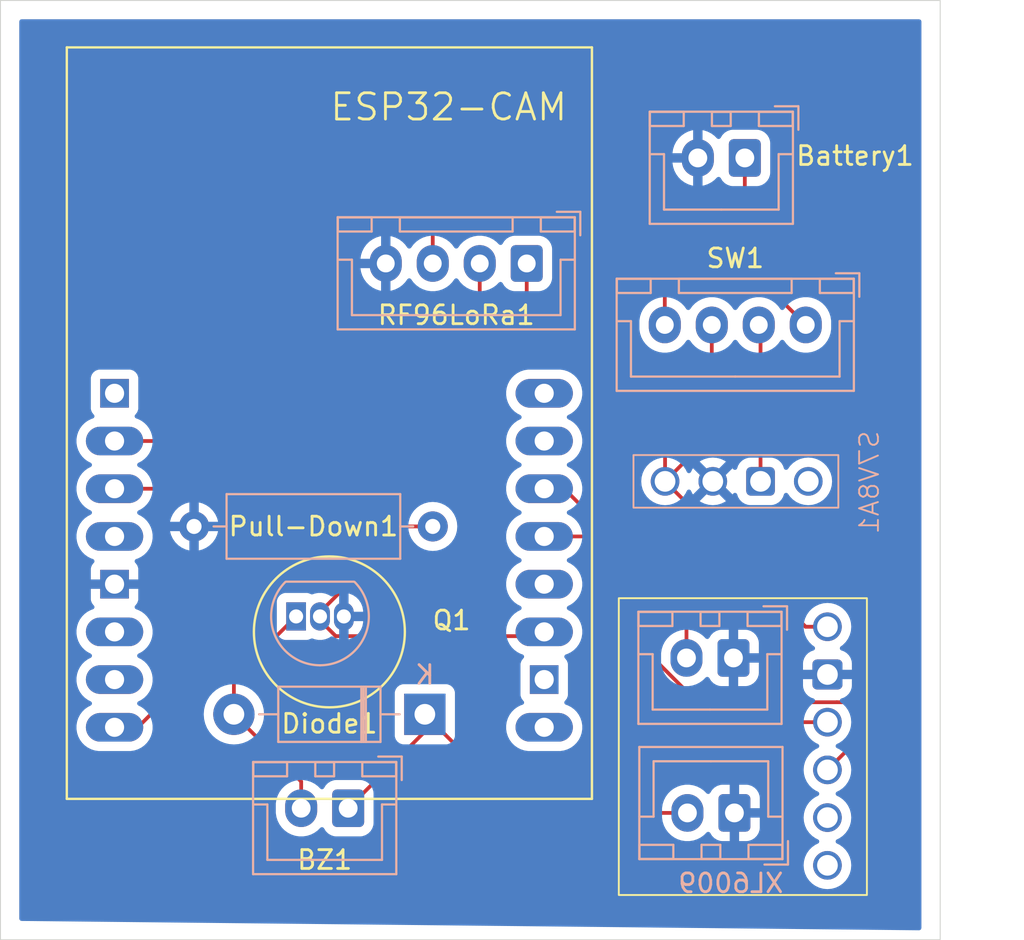
<source format=kicad_pcb>
(kicad_pcb (version 20240108) (generator "pcbnew") (generator_version "8.0")
  (layers (0 "F.Cu" signal) (31 "B.Cu" signal) (34 "B.Paste" user) (35 "F.Paste" user) (36 "B.SilkS" user "B.Silkscreen") (37 "F.SilkS" user "F.Silkscreen") (38 "B.Mask" user) (39 "F.Mask" user) (44 "Edge.Cuts" user))
  (net 0 "")
  (net 1 "GND")
  (net 2 "Net-(Battery1-+)")
  (net 3 "Net-(BMP280-SCL)")
  (net 4 "VCC")
  (net 5 "Net-(BMP280-SDA)")
  (net 6 "Net-(BZ1--)")
  (net 7 "+12V")
  (net 9 "Net-(ESP32-CAM1-GPIO3)")
  (net 11 "Net-(ESP32-CAM1-GPIO1)")
  (net 19 "Net-(ESP32-CAM1-GPIO12)")
  (net 20 "+BATT")
  (net 24 "PWR_LoRa")
  (footprint "Footprints:BMP280" (layer "F.Cu") (at 156 151.92)
    (property "Reference" "BMP280" (hide yes))
    (property "Value" "BMP280")
    (fp_rect (start -11.1 -6.6) (end 2.1 9.2) (stroke (width 0.1)) (fill none) (layer "F.SilkS"))
    (pad "1" thru_hole circle (at 0 -5.08) (size 1.524 1.524) (drill 1.1) (layers "*.Cu" "*.Mask" "In1.Cu" "In2.Cu" "In3.Cu" "In4.Cu" "In5.Cu" "In6.Cu" "In7.Cu" "In8.Cu" "In9.Cu" "In10.Cu" "In11.Cu" "In12.Cu" "In13.Cu" "In14.Cu" "In15.Cu" "In16.Cu" "In17.Cu" "In18.Cu" "In19.Cu" "In20.Cu" "In21.Cu" "In22.Cu" "In23.Cu" "In24.Cu" "In25.Cu" "In26.Cu" "In27.Cu" "In28.Cu" "In29.Cu" "In30.Cu") (net 4 "VCC"))
    (pad "2" thru_hole roundrect (at 0 -2.54) (size 1.6 1.6) (drill 1.1) (layers "*.Cu" "*.Mask" "In1.Cu" "In2.Cu" "In3.Cu" "In4.Cu" "In5.Cu" "In6.Cu" "In7.Cu" "In8.Cu" "In9.Cu" "In10.Cu" "In11.Cu" "In12.Cu" "In13.Cu" "In14.Cu" "In15.Cu" "In16.Cu" "In17.Cu" "In18.Cu" "In19.Cu" "In20.Cu" "In21.Cu" "In22.Cu" "In23.Cu" "In24.Cu" "In25.Cu" "In26.Cu" "In27.Cu" "In28.Cu" "In29.Cu" "In30.Cu") (roundrect_rratio 0.15625) (net 1 "GND"))
    (pad "3" thru_hole circle (at 0 0) (size 1.524 1.524) (drill 1.1) (layers "*.Cu" "*.Mask" "In1.Cu" "In2.Cu" "In3.Cu" "In4.Cu" "In5.Cu" "In6.Cu" "In7.Cu" "In8.Cu" "In9.Cu" "In10.Cu" "In11.Cu" "In12.Cu" "In13.Cu" "In14.Cu" "In15.Cu" "In16.Cu" "In17.Cu" "In18.Cu" "In19.Cu" "In20.Cu" "In21.Cu" "In22.Cu" "In23.Cu" "In24.Cu" "In25.Cu" "In26.Cu" "In27.Cu" "In28.Cu" "In29.Cu" "In30.Cu") (net 3 "Net-(BMP280-SCL)"))
    (pad "4" thru_hole circle (at 0 2.54) (size 1.524 1.524) (drill 1.1) (layers "*.Cu" "*.Mask" "In1.Cu" "In2.Cu" "In3.Cu" "In4.Cu" "In5.Cu" "In6.Cu" "In7.Cu" "In8.Cu" "In9.Cu" "In10.Cu" "In11.Cu" "In12.Cu" "In13.Cu" "In14.Cu" "In15.Cu" "In16.Cu" "In17.Cu" "In18.Cu" "In19.Cu" "In20.Cu" "In21.Cu" "In22.Cu" "In23.Cu" "In24.Cu" "In25.Cu" "In26.Cu" "In27.Cu" "In28.Cu" "In29.Cu" "In30.Cu") (net 5 "Net-(BMP280-SDA)"))
    (pad "5" thru_hole circle (at 0 5.08) (size 1.524 1.524) (drill 1.1) (layers "*.Cu" "*.Mask" "In1.Cu" "In2.Cu" "In3.Cu" "In4.Cu" "In5.Cu" "In6.Cu" "In7.Cu" "In8.Cu" "In9.Cu" "In10.Cu" "In11.Cu" "In12.Cu" "In13.Cu" "In14.Cu" "In15.Cu" "In16.Cu" "In17.Cu" "In18.Cu" "In19.Cu" "In20.Cu" "In21.Cu" "In22.Cu" "In23.Cu" "In24.Cu" "In25.Cu" "In26.Cu" "In27.Cu" "In28.Cu" "In29.Cu" "In30.Cu"))
    (pad "6" thru_hole circle (at 0 7.62) (size 1.524 1.524) (drill 1.1) (layers "*.Cu" "*.Mask" "In1.Cu" "In2.Cu" "In3.Cu" "In4.Cu" "In5.Cu" "In6.Cu" "In7.Cu" "In8.Cu" "In9.Cu" "In10.Cu" "In11.Cu" "In12.Cu" "In13.Cu" "In14.Cu" "In15.Cu" "In16.Cu" "In17.Cu" "In18.Cu" "In19.Cu" "In20.Cu" "In21.Cu" "In22.Cu" "In23.Cu" "In24.Cu" "In25.Cu" "In26.Cu" "In27.Cu" "In28.Cu" "In29.Cu" "In30.Cu"))
  )
  (footprint "Footprints:ESP32-CAM" (layer "F.Cu") (at 129.5 142.0325)
    (property "Reference" "ESP32-CAM1" (hide yes))
    (property "Value" "ESP32-CAM" (hide yes))
    (fp_line (start -13.97 -26.035) (end -13.97 13.97) (stroke (width 0.127)) (layer "F.SilkS"))
    (fp_line (start -13.97 13.97) (end 13.97 13.97) (stroke (width 0.127)) (layer "F.SilkS"))
    (fp_line (start 13.97 -26.035) (end -13.97 -26.035) (stroke (width 0.127)) (layer "F.SilkS"))
    (fp_line (start 13.97 13.97) (end 13.97 -26.035) (stroke (width 0.127)) (layer "F.SilkS"))
    (fp_circle (center 0 5.08) (end 4.01609 5.08) (stroke (width 0.127)) (fill none) (layer "F.SilkS"))
    (fp_text user "ESP32-CAM" (at 6.35 -22.86 0) (layer "F.SilkS") (effects (font (size 1.4 1.4))))
    (pad "P$1" thru_hole rect (at -11.43 -7.62) (size 1.524 1.524) (drill 1.016) (layers "*.Cu" "*.Mask" "In1.Cu" "In2.Cu" "In3.Cu" "In4.Cu" "In5.Cu" "In6.Cu" "In7.Cu" "In8.Cu" "In9.Cu" "In10.Cu" "In11.Cu" "In12.Cu" "In13.Cu" "In14.Cu" "In15.Cu" "In16.Cu" "In17.Cu" "In18.Cu" "In19.Cu" "In20.Cu" "In21.Cu" "In22.Cu" "In23.Cu" "In24.Cu" "In25.Cu" "In26.Cu" "In27.Cu" "In28.Cu" "In29.Cu" "In30.Cu"))
    (pad "P$2" thru_hole oval (at -11.43 -5.08) (size 3.048 1.524) (drill 1.016) (layers "*.Cu" "*.Mask" "In1.Cu" "In2.Cu" "In3.Cu" "In4.Cu" "In5.Cu" "In6.Cu" "In7.Cu" "In8.Cu" "In9.Cu" "In10.Cu" "In11.Cu" "In12.Cu" "In13.Cu" "In14.Cu" "In15.Cu" "In16.Cu" "In17.Cu" "In18.Cu" "In19.Cu" "In20.Cu" "In21.Cu" "In22.Cu" "In23.Cu" "In24.Cu" "In25.Cu" "In26.Cu" "In27.Cu" "In28.Cu" "In29.Cu" "In30.Cu") (net 11 "Net-(ESP32-CAM1-GPIO1)"))
    (pad "P$3" thru_hole oval (at -11.43 -2.54) (size 3.048 1.524) (drill 1.016) (layers "*.Cu" "*.Mask" "In1.Cu" "In2.Cu" "In3.Cu" "In4.Cu" "In5.Cu" "In6.Cu" "In7.Cu" "In8.Cu" "In9.Cu" "In10.Cu" "In11.Cu" "In12.Cu" "In13.Cu" "In14.Cu" "In15.Cu" "In16.Cu" "In17.Cu" "In18.Cu" "In19.Cu" "In20.Cu" "In21.Cu" "In22.Cu" "In23.Cu" "In24.Cu" "In25.Cu" "In26.Cu" "In27.Cu" "In28.Cu" "In29.Cu" "In30.Cu") (net 9 "Net-(ESP32-CAM1-GPIO3)"))
    (pad "P$4" thru_hole oval (at -11.43 0) (size 3.048 1.524) (drill 1.016) (layers "*.Cu" "*.Mask" "In1.Cu" "In2.Cu" "In3.Cu" "In4.Cu" "In5.Cu" "In6.Cu" "In7.Cu" "In8.Cu" "In9.Cu" "In10.Cu" "In11.Cu" "In12.Cu" "In13.Cu" "In14.Cu" "In15.Cu" "In16.Cu" "In17.Cu" "In18.Cu" "In19.Cu" "In20.Cu" "In21.Cu" "In22.Cu" "In23.Cu" "In24.Cu" "In25.Cu" "In26.Cu" "In27.Cu" "In28.Cu" "In29.Cu" "In30.Cu"))
    (pad "P$5" thru_hole rect (at -11.43 2.54) (size 1.524 1.524) (drill 1.016) (layers "*.Cu" "*.Mask" "In1.Cu" "In2.Cu" "In3.Cu" "In4.Cu" "In5.Cu" "In6.Cu" "In7.Cu" "In8.Cu" "In9.Cu" "In10.Cu" "In11.Cu" "In12.Cu" "In13.Cu" "In14.Cu" "In15.Cu" "In16.Cu" "In17.Cu" "In18.Cu" "In19.Cu" "In20.Cu" "In21.Cu" "In22.Cu" "In23.Cu" "In24.Cu" "In25.Cu" "In26.Cu" "In27.Cu" "In28.Cu" "In29.Cu" "In30.Cu") (net 1 "GND"))
    (pad "P$6" thru_hole oval (at -11.43 5.08) (size 3.048 1.524) (drill 1.016) (layers "*.Cu" "*.Mask" "In1.Cu" "In2.Cu" "In3.Cu" "In4.Cu" "In5.Cu" "In6.Cu" "In7.Cu" "In8.Cu" "In9.Cu" "In10.Cu" "In11.Cu" "In12.Cu" "In13.Cu" "In14.Cu" "In15.Cu" "In16.Cu" "In17.Cu" "In18.Cu" "In19.Cu" "In20.Cu" "In21.Cu" "In22.Cu" "In23.Cu" "In24.Cu" "In25.Cu" "In26.Cu" "In27.Cu" "In28.Cu" "In29.Cu" "In30.Cu"))
    (pad "P$7" thru_hole oval (at -11.43 7.62) (size 3.048 1.524) (drill 1.016) (layers "*.Cu" "*.Mask" "In1.Cu" "In2.Cu" "In3.Cu" "In4.Cu" "In5.Cu" "In6.Cu" "In7.Cu" "In8.Cu" "In9.Cu" "In10.Cu" "In11.Cu" "In12.Cu" "In13.Cu" "In14.Cu" "In15.Cu" "In16.Cu" "In17.Cu" "In18.Cu" "In19.Cu" "In20.Cu" "In21.Cu" "In22.Cu" "In23.Cu" "In24.Cu" "In25.Cu" "In26.Cu" "In27.Cu" "In28.Cu" "In29.Cu" "In30.Cu"))
    (pad "P$8" thru_hole oval (at -11.43 10.16) (size 3.048 1.524) (drill 1.016) (layers "*.Cu" "*.Mask" "In1.Cu" "In2.Cu" "In3.Cu" "In4.Cu" "In5.Cu" "In6.Cu" "In7.Cu" "In8.Cu" "In9.Cu" "In10.Cu" "In11.Cu" "In12.Cu" "In13.Cu" "In14.Cu" "In15.Cu" "In16.Cu" "In17.Cu" "In18.Cu" "In19.Cu" "In20.Cu" "In21.Cu" "In22.Cu" "In23.Cu" "In24.Cu" "In25.Cu" "In26.Cu" "In27.Cu" "In28.Cu" "In29.Cu" "In30.Cu") (net 4 "VCC"))
    (pad "P$9" thru_hole oval (at 11.43 10.16) (size 3.048 1.524) (drill 1.016) (layers "*.Cu" "*.Mask" "In1.Cu" "In2.Cu" "In3.Cu" "In4.Cu" "In5.Cu" "In6.Cu" "In7.Cu" "In8.Cu" "In9.Cu" "In10.Cu" "In11.Cu" "In12.Cu" "In13.Cu" "In14.Cu" "In15.Cu" "In16.Cu" "In17.Cu" "In18.Cu" "In19.Cu" "In20.Cu" "In21.Cu" "In22.Cu" "In23.Cu" "In24.Cu" "In25.Cu" "In26.Cu" "In27.Cu" "In28.Cu" "In29.Cu" "In30.Cu"))
    (pad "P$10" thru_hole rect (at 11.43 7.62) (size 1.524 1.524) (drill 1.016) (layers "*.Cu" "*.Mask" "In1.Cu" "In2.Cu" "In3.Cu" "In4.Cu" "In5.Cu" "In6.Cu" "In7.Cu" "In8.Cu" "In9.Cu" "In10.Cu" "In11.Cu" "In12.Cu" "In13.Cu" "In14.Cu" "In15.Cu" "In16.Cu" "In17.Cu" "In18.Cu" "In19.Cu" "In20.Cu" "In21.Cu" "In22.Cu" "In23.Cu" "In24.Cu" "In25.Cu" "In26.Cu" "In27.Cu" "In28.Cu" "In29.Cu" "In30.Cu"))
    (pad "P$11" thru_hole oval (at 11.43 5.08) (size 3.048 1.524) (drill 1.016) (layers "*.Cu" "*.Mask" "In1.Cu" "In2.Cu" "In3.Cu" "In4.Cu" "In5.Cu" "In6.Cu" "In7.Cu" "In8.Cu" "In9.Cu" "In10.Cu" "In11.Cu" "In12.Cu" "In13.Cu" "In14.Cu" "In15.Cu" "In16.Cu" "In17.Cu" "In18.Cu" "In19.Cu" "In20.Cu" "In21.Cu" "In22.Cu" "In23.Cu" "In24.Cu" "In25.Cu" "In26.Cu" "In27.Cu" "In28.Cu" "In29.Cu" "In30.Cu") (net 19 "Net-(ESP32-CAM1-GPIO12)"))
    (pad "P$12" thru_hole oval (at 11.43 2.54) (size 3.048 1.524) (drill 1.016) (layers "*.Cu" "*.Mask" "In1.Cu" "In2.Cu" "In3.Cu" "In4.Cu" "In5.Cu" "In6.Cu" "In7.Cu" "In8.Cu" "In9.Cu" "In10.Cu" "In11.Cu" "In12.Cu" "In13.Cu" "In14.Cu" "In15.Cu" "In16.Cu" "In17.Cu" "In18.Cu" "In19.Cu" "In20.Cu" "In21.Cu" "In22.Cu" "In23.Cu" "In24.Cu" "In25.Cu" "In26.Cu" "In27.Cu" "In28.Cu" "In29.Cu" "In30.Cu"))
    (pad "P$13" thru_hole oval (at 11.43 0) (size 3.048 1.524) (drill 1.016) (layers "*.Cu" "*.Mask" "In1.Cu" "In2.Cu" "In3.Cu" "In4.Cu" "In5.Cu" "In6.Cu" "In7.Cu" "In8.Cu" "In9.Cu" "In10.Cu" "In11.Cu" "In12.Cu" "In13.Cu" "In14.Cu" "In15.Cu" "In16.Cu" "In17.Cu" "In18.Cu" "In19.Cu" "In20.Cu" "In21.Cu" "In22.Cu" "In23.Cu" "In24.Cu" "In25.Cu" "In26.Cu" "In27.Cu" "In28.Cu" "In29.Cu" "In30.Cu") (net 3 "Net-(BMP280-SCL)"))
    (pad "P$14" thru_hole oval (at 11.43 -2.54) (size 3.048 1.524) (drill 1.016) (layers "*.Cu" "*.Mask" "In1.Cu" "In2.Cu" "In3.Cu" "In4.Cu" "In5.Cu" "In6.Cu" "In7.Cu" "In8.Cu" "In9.Cu" "In10.Cu" "In11.Cu" "In12.Cu" "In13.Cu" "In14.Cu" "In15.Cu" "In16.Cu" "In17.Cu" "In18.Cu" "In19.Cu" "In20.Cu" "In21.Cu" "In22.Cu" "In23.Cu" "In24.Cu" "In25.Cu" "In26.Cu" "In27.Cu" "In28.Cu" "In29.Cu" "In30.Cu") (net 5 "Net-(BMP280-SDA)"))
    (pad "P$15" thru_hole oval (at 11.43 -5.08) (size 3.048 1.524) (drill 1.016) (layers "*.Cu" "*.Mask" "In1.Cu" "In2.Cu" "In3.Cu" "In4.Cu" "In5.Cu" "In6.Cu" "In7.Cu" "In8.Cu" "In9.Cu" "In10.Cu" "In11.Cu" "In12.Cu" "In13.Cu" "In14.Cu" "In15.Cu" "In16.Cu" "In17.Cu" "In18.Cu" "In19.Cu" "In20.Cu" "In21.Cu" "In22.Cu" "In23.Cu" "In24.Cu" "In25.Cu" "In26.Cu" "In27.Cu" "In28.Cu" "In29.Cu" "In30.Cu"))
    (pad "P$16" thru_hole oval (at 11.43 -7.62) (size 3.048 1.524) (drill 1.016) (layers "*.Cu" "*.Mask" "In1.Cu" "In2.Cu" "In3.Cu" "In4.Cu" "In5.Cu" "In6.Cu" "In7.Cu" "In8.Cu" "In9.Cu" "In10.Cu" "In11.Cu" "In12.Cu" "In13.Cu" "In14.Cu" "In15.Cu" "In16.Cu" "In17.Cu" "In18.Cu" "In19.Cu" "In20.Cu" "In21.Cu" "In22.Cu" "In23.Cu" "In24.Cu" "In25.Cu" "In26.Cu" "In27.Cu" "In28.Cu" "In29.Cu" "In30.Cu"))
  )
  (footprint "Connector_JST:JST_XH_B4B-XH-A_1x04_P2.50mm_Vertical" (layer "B.Cu") (at 140 127.5 180)
    (property "Reference" "RF96LoRa1" (at 3.75 -2.75 0) (layer "F.SilkS"))
    (property "Value" "UART,868MHz" (hide yes))
    (fp_line (start 10.06 2.46) (end 10.06 -3.51) (stroke (width 0.12)) (layer "B.SilkS"))
    (fp_line (start 10.06 -3.51) (end -2.56 -3.51) (stroke (width 0.12)) (layer "B.SilkS"))
    (fp_line (start 10.05 2.45) (end 10.05 1.7) (stroke (width 0.12)) (layer "B.SilkS"))
    (fp_line (start 10.05 1.7) (end 8.25 1.7) (stroke (width 0.12)) (layer "B.SilkS"))
    (fp_line (start 9.3 0.2) (end 10.05 0.2) (stroke (width 0.12)) (layer "B.SilkS"))
    (fp_line (start 9.3 -2.75) (end 9.3 0.2) (stroke (width 0.12)) (layer "B.SilkS"))
    (fp_line (start 8.25 2.45) (end 10.05 2.45) (stroke (width 0.12)) (layer "B.SilkS"))
    (fp_line (start 8.25 1.7) (end 8.25 2.45) (stroke (width 0.12)) (layer "B.SilkS"))
    (fp_line (start 6.75 2.45) (end 6.75 1.7) (stroke (width 0.12)) (layer "B.SilkS"))
    (fp_line (start 6.75 1.7) (end 0.75 1.7) (stroke (width 0.12)) (layer "B.SilkS"))
    (fp_line (start 3.75 -2.75) (end 9.3 -2.75) (stroke (width 0.12)) (layer "B.SilkS"))
    (fp_line (start 3.75 -2.75) (end -1.8 -2.75) (stroke (width 0.12)) (layer "B.SilkS"))
    (fp_line (start 0.75 2.45) (end 6.75 2.45) (stroke (width 0.12)) (layer "B.SilkS"))
    (fp_line (start 0.75 1.7) (end 0.75 2.45) (stroke (width 0.12)) (layer "B.SilkS"))
    (fp_line (start -0.75 2.45) (end -0.75 1.7) (stroke (width 0.12)) (layer "B.SilkS"))
    (fp_line (start -0.75 1.7) (end -2.55 1.7) (stroke (width 0.12)) (layer "B.SilkS"))
    (fp_line (start -1.8 0.2) (end -2.55 0.2) (stroke (width 0.12)) (layer "B.SilkS"))
    (fp_line (start -1.8 -2.75) (end -1.8 0.2) (stroke (width 0.12)) (layer "B.SilkS"))
    (fp_line (start -2.55 2.45) (end -0.75 2.45) (stroke (width 0.12)) (layer "B.SilkS"))
    (fp_line (start -2.55 1.7) (end -2.55 2.45) (stroke (width 0.12)) (layer "B.SilkS"))
    (fp_line (start -2.56 2.46) (end 10.06 2.46) (stroke (width 0.12)) (layer "B.SilkS"))
    (fp_line (start -2.56 -3.51) (end -2.56 2.46) (stroke (width 0.12)) (layer "B.SilkS"))
    (fp_line (start -2.85 2.75) (end -1.6 2.75) (stroke (width 0.12)) (layer "B.SilkS"))
    (fp_line (start -2.85 1.5) (end -2.85 2.75) (stroke (width 0.12)) (layer "B.SilkS"))
    (pad "1" thru_hole roundrect (at 0 0 180) (size 1.7 1.95) (drill 0.95) (layers "*.Cu" "*.Mask" "In1.Cu" "In2.Cu" "In3.Cu" "In4.Cu" "In5.Cu" "In6.Cu" "In7.Cu" "In8.Cu" "In9.Cu" "In10.Cu" "In11.Cu" "In12.Cu" "In13.Cu" "In14.Cu" "In15.Cu" "In16.Cu" "In17.Cu" "In18.Cu" "In19.Cu" "In20.Cu" "In21.Cu" "In22.Cu" "In23.Cu" "In24.Cu" "In25.Cu" "In26.Cu" "In27.Cu" "In28.Cu" "In29.Cu" "In30.Cu") (roundrect_rratio 0.147059) (net 9 "Net-(ESP32-CAM1-GPIO3)"))
    (pad "2" thru_hole oval (at 2.5 0 180) (size 1.7 1.95) (drill 0.95) (layers "*.Cu" "*.Mask" "In1.Cu" "In2.Cu" "In3.Cu" "In4.Cu" "In5.Cu" "In6.Cu" "In7.Cu" "In8.Cu" "In9.Cu" "In10.Cu" "In11.Cu" "In12.Cu" "In13.Cu" "In14.Cu" "In15.Cu" "In16.Cu" "In17.Cu" "In18.Cu" "In19.Cu" "In20.Cu" "In21.Cu" "In22.Cu" "In23.Cu" "In24.Cu" "In25.Cu" "In26.Cu" "In27.Cu" "In28.Cu" "In29.Cu" "In30.Cu") (net 11 "Net-(ESP32-CAM1-GPIO1)"))
    (pad "3" thru_hole oval (at 5 0 180) (size 1.7 1.95) (drill 0.95) (layers "*.Cu" "*.Mask" "In1.Cu" "In2.Cu" "In3.Cu" "In4.Cu" "In5.Cu" "In6.Cu" "In7.Cu" "In8.Cu" "In9.Cu" "In10.Cu" "In11.Cu" "In12.Cu" "In13.Cu" "In14.Cu" "In15.Cu" "In16.Cu" "In17.Cu" "In18.Cu" "In19.Cu" "In20.Cu" "In21.Cu" "In22.Cu" "In23.Cu" "In24.Cu" "In25.Cu" "In26.Cu" "In27.Cu" "In28.Cu" "In29.Cu" "In30.Cu") (net 24 "PWR_LoRa"))
    (pad "4" thru_hole oval (at 7.5 0 180) (size 1.7 1.95) (drill 0.95) (layers "*.Cu" "*.Mask" "In1.Cu" "In2.Cu" "In3.Cu" "In4.Cu" "In5.Cu" "In6.Cu" "In7.Cu" "In8.Cu" "In9.Cu" "In10.Cu" "In11.Cu" "In12.Cu" "In13.Cu" "In14.Cu" "In15.Cu" "In16.Cu" "In17.Cu" "In18.Cu" "In19.Cu" "In20.Cu" "In21.Cu" "In22.Cu" "In23.Cu" "In24.Cu" "In25.Cu" "In26.Cu" "In27.Cu" "In28.Cu" "In29.Cu" "In30.Cu") (net 1 "GND"))
  )
  (footprint "Diode_THT:D_DO-41_SOD81_P10.16mm_Horizontal" (layer "B.Cu") (at 134.58 151.5 180)
    (property "Reference" "Diode1" (at 5.08 -0.5 0) (layer "F.SilkS"))
    (property "Value" "1N4007")
    (fp_line (start 7.8 1.47) (end 7.8 -1.47) (stroke (width 0.12)) (layer "B.SilkS"))
    (fp_line (start 7.8 0) (end 8.82 0) (stroke (width 0.12)) (layer "B.SilkS"))
    (fp_line (start 7.8 -1.47) (end 2.36 -1.47) (stroke (width 0.12)) (layer "B.SilkS"))
    (fp_line (start 3.38 -1.47) (end 3.38 1.47) (stroke (width 0.12)) (layer "B.SilkS"))
    (fp_line (start 3.26 -1.47) (end 3.26 1.47) (stroke (width 0.12)) (layer "B.SilkS"))
    (fp_line (start 3.14 -1.47) (end 3.14 1.47) (stroke (width 0.12)) (layer "B.SilkS"))
    (fp_line (start 2.36 1.47) (end 7.8 1.47) (stroke (width 0.12)) (layer "B.SilkS"))
    (fp_line (start 2.36 0) (end 1.34 0) (stroke (width 0.12)) (layer "B.SilkS"))
    (fp_line (start 2.36 -1.47) (end 2.36 1.47) (stroke (width 0.12)) (layer "B.SilkS"))
    (fp_text user "K" (at 0 2.1 0) (layer "B.SilkS") (effects (justify mirror)))
    (pad "1" thru_hole rect (at 0 0 180) (size 2.2 2.2) (drill 1.1) (layers "*.Cu" "*.Mask" "In1.Cu" "In2.Cu" "In3.Cu" "In4.Cu" "In5.Cu" "In6.Cu" "In7.Cu" "In8.Cu" "In9.Cu" "In10.Cu" "In11.Cu" "In12.Cu" "In13.Cu" "In14.Cu" "In15.Cu" "In16.Cu" "In17.Cu" "In18.Cu" "In19.Cu" "In20.Cu" "In21.Cu" "In22.Cu" "In23.Cu" "In24.Cu" "In25.Cu" "In26.Cu" "In27.Cu" "In28.Cu" "In29.Cu" "In30.Cu") (net 7 "+12V"))
    (pad "2" thru_hole oval (at 10.16 0 180) (size 2.2 2.2) (drill 1.1) (layers "*.Cu" "*.Mask" "In1.Cu" "In2.Cu" "In3.Cu" "In4.Cu" "In5.Cu" "In6.Cu" "In7.Cu" "In8.Cu" "In9.Cu" "In10.Cu" "In11.Cu" "In12.Cu" "In13.Cu" "In14.Cu" "In15.Cu" "In16.Cu" "In17.Cu" "In18.Cu" "In19.Cu" "In20.Cu" "In21.Cu" "In22.Cu" "In23.Cu" "In24.Cu" "In25.Cu" "In26.Cu" "In27.Cu" "In28.Cu" "In29.Cu" "In30.Cu") (net 6 "Net-(BZ1--)"))
  )
  (footprint "Package_TO_SOT_THT:TO-92_Inline" (layer "B.Cu") (at 127.73 146.29)
    (property "Reference" "Q1" (at 8.27 0.21 0) (layer "F.SilkS"))
    (property "Value" "BC337" (hide yes))
    (fp_line (start 3.07 -1.85) (end -0.53 -1.85) (stroke (width 0.12)) (layer "B.SilkS"))
    (fp_arc (start 1.27 2.6) (mid -1.132087 0.994977) (end -0.568478 -1.838478) (stroke (width 0.12)) (layer "B.SilkS"))
    (fp_arc (start 3.108478 -1.838478) (mid 3.672087 0.994977) (end 1.27 2.6) (stroke (width 0.12)) (layer "B.SilkS"))
    (pad "1" thru_hole rect (at 0 0) (size 1.05 1.5) (drill 0.75) (layers "*.Cu" "*.Mask" "In1.Cu" "In2.Cu" "In3.Cu" "In4.Cu" "In5.Cu" "In6.Cu" "In7.Cu" "In8.Cu" "In9.Cu" "In10.Cu" "In11.Cu" "In12.Cu" "In13.Cu" "In14.Cu" "In15.Cu" "In16.Cu" "In17.Cu" "In18.Cu" "In19.Cu" "In20.Cu" "In21.Cu" "In22.Cu" "In23.Cu" "In24.Cu" "In25.Cu" "In26.Cu" "In27.Cu" "In28.Cu" "In29.Cu" "In30.Cu") (net 6 "Net-(BZ1--)"))
    (pad "2" thru_hole oval (at 1.27 0) (size 1.05 1.5) (drill 0.75) (layers "*.Cu" "*.Mask" "In1.Cu" "In2.Cu" "In3.Cu" "In4.Cu" "In5.Cu" "In6.Cu" "In7.Cu" "In8.Cu" "In9.Cu" "In10.Cu" "In11.Cu" "In12.Cu" "In13.Cu" "In14.Cu" "In15.Cu" "In16.Cu" "In17.Cu" "In18.Cu" "In19.Cu" "In20.Cu" "In21.Cu" "In22.Cu" "In23.Cu" "In24.Cu" "In25.Cu" "In26.Cu" "In27.Cu" "In28.Cu" "In29.Cu" "In30.Cu") (net 19 "Net-(ESP32-CAM1-GPIO12)"))
    (pad "3" thru_hole oval (at 2.54 0) (size 1.05 1.5) (drill 0.75) (layers "*.Cu" "*.Mask" "In1.Cu" "In2.Cu" "In3.Cu" "In4.Cu" "In5.Cu" "In6.Cu" "In7.Cu" "In8.Cu" "In9.Cu" "In10.Cu" "In11.Cu" "In12.Cu" "In13.Cu" "In14.Cu" "In15.Cu" "In16.Cu" "In17.Cu" "In18.Cu" "In19.Cu" "In20.Cu" "In21.Cu" "In22.Cu" "In23.Cu" "In24.Cu" "In25.Cu" "In26.Cu" "In27.Cu" "In28.Cu" "In29.Cu" "In30.Cu") (net 1 "GND"))
  )
  (footprint "Connector_JST:JST_XH_B4B-XH-A_1x04_P2.50mm_Vertical" (layer "B.Cu") (at 154.846 130.772 180)
    (property "Reference" "SW1" (at 3.75 3.55 0) (layer "F.SilkS"))
    (property "Value" "SW_DIP_x02" (hide yes))
    (fp_line (start 10.06 2.46) (end 10.06 -3.51) (stroke (width 0.12)) (layer "B.SilkS"))
    (fp_line (start 10.06 -3.51) (end -2.56 -3.51) (stroke (width 0.12)) (layer "B.SilkS"))
    (fp_line (start 10.05 2.45) (end 10.05 1.7) (stroke (width 0.12)) (layer "B.SilkS"))
    (fp_line (start 10.05 1.7) (end 8.25 1.7) (stroke (width 0.12)) (layer "B.SilkS"))
    (fp_line (start 9.3 0.2) (end 10.05 0.2) (stroke (width 0.12)) (layer "B.SilkS"))
    (fp_line (start 9.3 -2.75) (end 9.3 0.2) (stroke (width 0.12)) (layer "B.SilkS"))
    (fp_line (start 8.25 2.45) (end 10.05 2.45) (stroke (width 0.12)) (layer "B.SilkS"))
    (fp_line (start 8.25 1.7) (end 8.25 2.45) (stroke (width 0.12)) (layer "B.SilkS"))
    (fp_line (start 6.75 2.45) (end 6.75 1.7) (stroke (width 0.12)) (layer "B.SilkS"))
    (fp_line (start 6.75 1.7) (end 0.75 1.7) (stroke (width 0.12)) (layer "B.SilkS"))
    (fp_line (start 3.75 -2.75) (end 9.3 -2.75) (stroke (width 0.12)) (layer "B.SilkS"))
    (fp_line (start 3.75 -2.75) (end -1.8 -2.75) (stroke (width 0.12)) (layer "B.SilkS"))
    (fp_line (start 0.75 2.45) (end 6.75 2.45) (stroke (width 0.12)) (layer "B.SilkS"))
    (fp_line (start 0.75 1.7) (end 0.75 2.45) (stroke (width 0.12)) (layer "B.SilkS"))
    (fp_line (start -0.75 2.45) (end -0.75 1.7) (stroke (width 0.12)) (layer "B.SilkS"))
    (fp_line (start -0.75 1.7) (end -2.55 1.7) (stroke (width 0.12)) (layer "B.SilkS"))
    (fp_line (start -1.8 0.2) (end -2.55 0.2) (stroke (width 0.12)) (layer "B.SilkS"))
    (fp_line (start -1.8 -2.75) (end -1.8 0.2) (stroke (width 0.12)) (layer "B.SilkS"))
    (fp_line (start -2.55 2.45) (end -0.75 2.45) (stroke (width 0.12)) (layer "B.SilkS"))
    (fp_line (start -2.55 1.7) (end -2.55 2.45) (stroke (width 0.12)) (layer "B.SilkS"))
    (fp_line (start -2.56 2.46) (end 10.06 2.46) (stroke (width 0.12)) (layer "B.SilkS"))
    (fp_line (start -2.56 -3.51) (end -2.56 2.46) (stroke (width 0.12)) (layer "B.SilkS"))
    (fp_line (start -2.85 2.75) (end -1.6 2.75) (stroke (width 0.12)) (layer "B.SilkS"))
    (fp_line (start -2.85 1.5) (end -2.85 2.75) (stroke (width 0.12)) (layer "B.SilkS"))
    (pad "1" thru_hole oval (at 5 0 180) (size 1.7 1.95) (drill 0.95) (layers "*.Cu" "*.Mask" "In1.Cu" "In2.Cu" "In3.Cu" "In4.Cu" "In5.Cu" "In6.Cu" "In7.Cu" "In8.Cu" "In9.Cu" "In10.Cu" "In11.Cu" "In12.Cu" "In13.Cu" "In14.Cu" "In15.Cu" "In16.Cu" "In17.Cu" "In18.Cu" "In19.Cu" "In20.Cu" "In21.Cu" "In22.Cu" "In23.Cu" "In24.Cu" "In25.Cu" "In26.Cu" "In27.Cu" "In28.Cu" "In29.Cu" "In30.Cu") (net 4 "VCC"))
    (pad "2" thru_hole oval (at 2.5 0 180) (size 1.7 1.95) (drill 0.95) (layers "*.Cu" "*.Mask" "In1.Cu" "In2.Cu" "In3.Cu" "In4.Cu" "In5.Cu" "In6.Cu" "In7.Cu" "In8.Cu" "In9.Cu" "In10.Cu" "In11.Cu" "In12.Cu" "In13.Cu" "In14.Cu" "In15.Cu" "In16.Cu" "In17.Cu" "In18.Cu" "In19.Cu" "In20.Cu" "In21.Cu" "In22.Cu" "In23.Cu" "In24.Cu" "In25.Cu" "In26.Cu" "In27.Cu" "In28.Cu" "In29.Cu" "In30.Cu") (net 20 "+BATT"))
    (pad "3" thru_hole oval (at 0 0 180) (size 1.7 1.95) (drill 0.95) (layers "*.Cu" "*.Mask" "In1.Cu" "In2.Cu" "In3.Cu" "In4.Cu" "In5.Cu" "In6.Cu" "In7.Cu" "In8.Cu" "In9.Cu" "In10.Cu" "In11.Cu" "In12.Cu" "In13.Cu" "In14.Cu" "In15.Cu" "In16.Cu" "In17.Cu" "In18.Cu" "In19.Cu" "In20.Cu" "In21.Cu" "In22.Cu" "In23.Cu" "In24.Cu" "In25.Cu" "In26.Cu" "In27.Cu" "In28.Cu" "In29.Cu" "In30.Cu") (net 2 "Net-(Battery1-+)"))
    (pad "4" thru_hole oval (at 7.5 0 180) (size 1.7 1.95) (drill 0.95) (layers "*.Cu" "*.Mask" "In1.Cu" "In2.Cu" "In3.Cu" "In4.Cu" "In5.Cu" "In6.Cu" "In7.Cu" "In8.Cu" "In9.Cu" "In10.Cu" "In11.Cu" "In12.Cu" "In13.Cu" "In14.Cu" "In15.Cu" "In16.Cu" "In17.Cu" "In18.Cu" "In19.Cu" "In20.Cu" "In21.Cu" "In22.Cu" "In23.Cu" "In24.Cu" "In25.Cu" "In26.Cu" "In27.Cu" "In28.Cu" "In29.Cu" "In30.Cu") (net 24 "PWR_LoRa"))
  )
  (footprint "Footprints:XL6009" (layer "B.Cu") (at 151 148.5 180)
    (property "Reference" "XL6009" (at 0.138 -11.99 0) (layer "B.SilkS") (effects (justify mirror)))
    (property "Value" "~")
    (fp_line (start 5.06 2.46) (end 5.06 -3.51) (stroke (width 0.12)) (layer "B.SilkS"))
    (fp_line (start 5.06 -3.51) (end -2.56 -3.51) (stroke (width 0.12)) (layer "B.SilkS"))
    (fp_line (start 5.05 2.45) (end 5.05 1.7) (stroke (width 0.12)) (layer "B.SilkS"))
    (fp_line (start 5.05 1.7) (end 3.25 1.7) (stroke (width 0.12)) (layer "B.SilkS"))
    (fp_line (start 5.01 -4.74) (end -2.61 -4.74) (stroke (width 0.12)) (layer "B.SilkS"))
    (fp_line (start 5.01 -10.71) (end 5.01 -4.74) (stroke (width 0.12)) (layer "B.SilkS"))
    (fp_line (start 5 -9.95) (end 3.2 -9.95) (stroke (width 0.12)) (layer "B.SilkS"))
    (fp_line (start 5 -10.7) (end 5 -9.95) (stroke (width 0.12)) (layer "B.SilkS"))
    (fp_line (start 4.3 0.2) (end 5.05 0.2) (stroke (width 0.12)) (layer "B.SilkS"))
    (fp_line (start 4.3 -2.75) (end 4.3 0.2) (stroke (width 0.12)) (layer "B.SilkS"))
    (fp_line (start 4.25 -5.5) (end 4.25 -8.45) (stroke (width 0.12)) (layer "B.SilkS"))
    (fp_line (start 4.25 -8.45) (end 5 -8.45) (stroke (width 0.12)) (layer "B.SilkS"))
    (fp_line (start 3.25 2.45) (end 5.05 2.45) (stroke (width 0.12)) (layer "B.SilkS"))
    (fp_line (start 3.25 1.7) (end 3.25 2.45) (stroke (width 0.12)) (layer "B.SilkS"))
    (fp_line (start 3.2 -9.95) (end 3.2 -10.7) (stroke (width 0.12)) (layer "B.SilkS"))
    (fp_line (start 3.2 -10.7) (end 5 -10.7) (stroke (width 0.12)) (layer "B.SilkS"))
    (fp_line (start 1.75 2.45) (end 1.75 1.7) (stroke (width 0.12)) (layer "B.SilkS"))
    (fp_line (start 1.75 1.7) (end 0.75 1.7) (stroke (width 0.12)) (layer "B.SilkS"))
    (fp_line (start 1.7 -9.95) (end 0.7 -9.95) (stroke (width 0.12)) (layer "B.SilkS"))
    (fp_line (start 1.7 -10.7) (end 1.7 -9.95) (stroke (width 0.12)) (layer "B.SilkS"))
    (fp_line (start 1.25 -2.75) (end 4.3 -2.75) (stroke (width 0.12)) (layer "B.SilkS"))
    (fp_line (start 1.25 -2.75) (end -1.8 -2.75) (stroke (width 0.12)) (layer "B.SilkS"))
    (fp_line (start 1.2 -5.5) (end 4.25 -5.5) (stroke (width 0.12)) (layer "B.SilkS"))
    (fp_line (start 1.2 -5.5) (end -1.85 -5.5) (stroke (width 0.12)) (layer "B.SilkS"))
    (fp_line (start 0.75 2.45) (end 1.75 2.45) (stroke (width 0.12)) (layer "B.SilkS"))
    (fp_line (start 0.75 1.7) (end 0.75 2.45) (stroke (width 0.12)) (layer "B.SilkS"))
    (fp_line (start 0.7 -9.95) (end 0.7 -10.7) (stroke (width 0.12)) (layer "B.SilkS"))
    (fp_line (start 0.7 -10.7) (end 1.7 -10.7) (stroke (width 0.12)) (layer "B.SilkS"))
    (fp_line (start -0.75 2.45) (end -0.75 1.7) (stroke (width 0.12)) (layer "B.SilkS"))
    (fp_line (start -0.75 1.7) (end -2.55 1.7) (stroke (width 0.12)) (layer "B.SilkS"))
    (fp_line (start -0.8 -9.95) (end -2.6 -9.95) (stroke (width 0.12)) (layer "B.SilkS"))
    (fp_line (start -0.8 -10.7) (end -0.8 -9.95) (stroke (width 0.12)) (layer "B.SilkS"))
    (fp_line (start -1.8 0.2) (end -2.55 0.2) (stroke (width 0.12)) (layer "B.SilkS"))
    (fp_line (start -1.8 -2.75) (end -1.8 0.2) (stroke (width 0.12)) (layer "B.SilkS"))
    (fp_line (start -1.85 -5.5) (end -1.85 -8.45) (stroke (width 0.12)) (layer "B.SilkS"))
    (fp_line (start -1.85 -8.45) (end -2.6 -8.45) (stroke (width 0.12)) (layer "B.SilkS"))
    (fp_line (start -2.55 2.45) (end -0.75 2.45) (stroke (width 0.12)) (layer "B.SilkS"))
    (fp_line (start -2.55 1.7) (end -2.55 2.45) (stroke (width 0.12)) (layer "B.SilkS"))
    (fp_line (start -2.56 2.46) (end 5.06 2.46) (stroke (width 0.12)) (layer "B.SilkS"))
    (fp_line (start -2.56 -3.51) (end -2.56 2.46) (stroke (width 0.12)) (layer "B.SilkS"))
    (fp_line (start -2.6 -9.95) (end -2.6 -10.7) (stroke (width 0.12)) (layer "B.SilkS"))
    (fp_line (start -2.6 -10.7) (end -0.8 -10.7) (stroke (width 0.12)) (layer "B.SilkS"))
    (fp_line (start -2.61 -4.74) (end -2.61 -10.71) (stroke (width 0.12)) (layer "B.SilkS"))
    (fp_line (start -2.61 -10.71) (end 5.01 -10.71) (stroke (width 0.12)) (layer "B.SilkS"))
    (fp_line (start -2.85 2.75) (end -1.6 2.75) (stroke (width 0.12)) (layer "B.SilkS"))
    (fp_line (start -2.85 1.5) (end -2.85 2.75) (stroke (width 0.12)) (layer "B.SilkS"))
    (fp_line (start -2.9 -9.75) (end -2.9 -11) (stroke (width 0.12)) (layer "B.SilkS"))
    (fp_line (start -2.9 -11) (end -1.65 -11) (stroke (width 0.12)) (layer "B.SilkS"))
    (pad "1" thru_hole roundrect (at 0 0 180) (size 1.7 2) (drill 1) (layers "*.Cu" "*.Mask" "In1.Cu" "In2.Cu" "In3.Cu" "In4.Cu" "In5.Cu" "In6.Cu" "In7.Cu" "In8.Cu" "In9.Cu" "In10.Cu" "In11.Cu" "In12.Cu" "In13.Cu" "In14.Cu" "In15.Cu" "In16.Cu" "In17.Cu" "In18.Cu" "In19.Cu" "In20.Cu" "In21.Cu" "In22.Cu" "In23.Cu" "In24.Cu" "In25.Cu" "In26.Cu" "In27.Cu" "In28.Cu" "In29.Cu" "In30.Cu") (roundrect_rratio 0.147059) (net 1 "GND"))
    (pad "2" thru_hole oval (at 2.5 0 180) (size 1.7 2) (drill 1) (layers "*.Cu" "*.Mask" "In1.Cu" "In2.Cu" "In3.Cu" "In4.Cu" "In5.Cu" "In6.Cu" "In7.Cu" "In8.Cu" "In9.Cu" "In10.Cu" "In11.Cu" "In12.Cu" "In13.Cu" "In14.Cu" "In15.Cu" "In16.Cu" "In17.Cu" "In18.Cu" "In19.Cu" "In20.Cu" "In21.Cu" "In22.Cu" "In23.Cu" "In24.Cu" "In25.Cu" "In26.Cu" "In27.Cu" "In28.Cu" "In29.Cu" "In30.Cu") (net 4 "VCC"))
    (pad "3" thru_hole roundrect (at -0.05 -8.25) (size 1.7 2) (drill 1) (layers "*.Cu" "*.Mask" "In1.Cu" "In2.Cu" "In3.Cu" "In4.Cu" "In5.Cu" "In6.Cu" "In7.Cu" "In8.Cu" "In9.Cu" "In10.Cu" "In11.Cu" "In12.Cu" "In13.Cu" "In14.Cu" "In15.Cu" "In16.Cu" "In17.Cu" "In18.Cu" "In19.Cu" "In20.Cu" "In21.Cu" "In22.Cu" "In23.Cu" "In24.Cu" "In25.Cu" "In26.Cu" "In27.Cu" "In28.Cu" "In29.Cu" "In30.Cu") (roundrect_rratio 0.147059) (net 1 "GND"))
    (pad "4" thru_hole oval (at 2.45 -8.25) (size 1.7 2) (drill 1) (layers "*.Cu" "*.Mask" "In1.Cu" "In2.Cu" "In3.Cu" "In4.Cu" "In5.Cu" "In6.Cu" "In7.Cu" "In8.Cu" "In9.Cu" "In10.Cu" "In11.Cu" "In12.Cu" "In13.Cu" "In14.Cu" "In15.Cu" "In16.Cu" "In17.Cu" "In18.Cu" "In19.Cu" "In20.Cu" "In21.Cu" "In22.Cu" "In23.Cu" "In24.Cu" "In25.Cu" "In26.Cu" "In27.Cu" "In28.Cu" "In29.Cu" "In30.Cu") (net 7 "+12V"))
  )
  (footprint "Footprints:S7V8A1" (layer "B.Cu") (at 154.98 139.1 -90)
    (property "Reference" "S7V8A1" (at 0.054 -3.248 90) (layer "B.SilkS") (effects (font (thickness 0.1)) (justify mirror)))
    (property "Value" "~")
    (fp_rect (start -1.4 9.3) (end 1.4 -1.6) (stroke (width 0.1)) (fill none) (layer "B.SilkS"))
    (pad "1" thru_hole circle (at 0 0 270) (size 1.524 1.524) (drill 1.1) (layers "*.Cu" "*.Mask" "In1.Cu" "In2.Cu" "In3.Cu" "In4.Cu" "In5.Cu" "In6.Cu" "In7.Cu" "In8.Cu" "In9.Cu" "In10.Cu" "In11.Cu" "In12.Cu" "In13.Cu" "In14.Cu" "In15.Cu" "In16.Cu" "In17.Cu" "In18.Cu" "In19.Cu" "In20.Cu" "In21.Cu" "In22.Cu" "In23.Cu" "In24.Cu" "In25.Cu" "In26.Cu" "In27.Cu" "In28.Cu" "In29.Cu" "In30.Cu"))
    (pad "2" thru_hole roundrect (at 0 2.54 270) (size 1.524 1.524) (drill 1.1) (layers "*.Cu" "*.Mask" "In1.Cu" "In2.Cu" "In3.Cu" "In4.Cu" "In5.Cu" "In6.Cu" "In7.Cu" "In8.Cu" "In9.Cu" "In10.Cu" "In11.Cu" "In12.Cu" "In13.Cu" "In14.Cu" "In15.Cu" "In16.Cu" "In17.Cu" "In18.Cu" "In19.Cu" "In20.Cu" "In21.Cu" "In22.Cu" "In23.Cu" "In24.Cu" "In25.Cu" "In26.Cu" "In27.Cu" "In28.Cu" "In29.Cu" "In30.Cu") (roundrect_rratio 0.1640419948) (net 20 "+BATT"))
    (pad "3" thru_hole circle (at 0 5.08 270) (size 1.524 1.524) (drill 1.1) (layers "*.Cu" "*.Mask" "In1.Cu" "In2.Cu" "In3.Cu" "In4.Cu" "In5.Cu" "In6.Cu" "In7.Cu" "In8.Cu" "In9.Cu" "In10.Cu" "In11.Cu" "In12.Cu" "In13.Cu" "In14.Cu" "In15.Cu" "In16.Cu" "In17.Cu" "In18.Cu" "In19.Cu" "In20.Cu" "In21.Cu" "In22.Cu" "In23.Cu" "In24.Cu" "In25.Cu" "In26.Cu" "In27.Cu" "In28.Cu" "In29.Cu" "In30.Cu") (net 1 "GND"))
    (pad "4" thru_hole circle (at 0 7.62 270) (size 1.524 1.524) (drill 1.1) (layers "*.Cu" "*.Mask" "In1.Cu" "In2.Cu" "In3.Cu" "In4.Cu" "In5.Cu" "In6.Cu" "In7.Cu" "In8.Cu" "In9.Cu" "In10.Cu" "In11.Cu" "In12.Cu" "In13.Cu" "In14.Cu" "In15.Cu" "In16.Cu" "In17.Cu" "In18.Cu" "In19.Cu" "In20.Cu" "In21.Cu" "In22.Cu" "In23.Cu" "In24.Cu" "In25.Cu" "In26.Cu" "In27.Cu" "In28.Cu" "In29.Cu" "In30.Cu") (net 4 "VCC"))
  )
  (footprint "Connector_JST:JST_XH_B2B-XH-A_1x02_P2.50mm_Vertical" (layer "B.Cu") (at 151.604 121.882 180)
    (property "Reference" "Battery1" (at -5.862 0.109 0) (layer "F.SilkS"))
    (property "Value" "LiPo (3.7V, 550mAh)" (hide yes))
    (fp_line (start 5.06 2.46) (end 5.06 -3.51) (stroke (width 0.12)) (layer "B.SilkS"))
    (fp_line (start 5.06 -3.51) (end -2.56 -3.51) (stroke (width 0.12)) (layer "B.SilkS"))
    (fp_line (start 5.05 2.45) (end 5.05 1.7) (stroke (width 0.12)) (layer "B.SilkS"))
    (fp_line (start 5.05 1.7) (end 3.25 1.7) (stroke (width 0.12)) (layer "B.SilkS"))
    (fp_line (start 4.3 0.2) (end 5.05 0.2) (stroke (width 0.12)) (layer "B.SilkS"))
    (fp_line (start 4.3 -2.75) (end 4.3 0.2) (stroke (width 0.12)) (layer "B.SilkS"))
    (fp_line (start 3.25 2.45) (end 5.05 2.45) (stroke (width 0.12)) (layer "B.SilkS"))
    (fp_line (start 3.25 1.7) (end 3.25 2.45) (stroke (width 0.12)) (layer "B.SilkS"))
    (fp_line (start 1.75 2.45) (end 1.75 1.7) (stroke (width 0.12)) (layer "B.SilkS"))
    (fp_line (start 1.75 1.7) (end 0.75 1.7) (stroke (width 0.12)) (layer "B.SilkS"))
    (fp_line (start 1.25 -2.75) (end 4.3 -2.75) (stroke (width 0.12)) (layer "B.SilkS"))
    (fp_line (start 1.25 -2.75) (end -1.8 -2.75) (stroke (width 0.12)) (layer "B.SilkS"))
    (fp_line (start 0.75 2.45) (end 1.75 2.45) (stroke (width 0.12)) (layer "B.SilkS"))
    (fp_line (start 0.75 1.7) (end 0.75 2.45) (stroke (width 0.12)) (layer "B.SilkS"))
    (fp_line (start -0.75 2.45) (end -0.75 1.7) (stroke (width 0.12)) (layer "B.SilkS"))
    (fp_line (start -0.75 1.7) (end -2.55 1.7) (stroke (width 0.12)) (layer "B.SilkS"))
    (fp_line (start -1.8 0.2) (end -2.55 0.2) (stroke (width 0.12)) (layer "B.SilkS"))
    (fp_line (start -1.8 -2.75) (end -1.8 0.2) (stroke (width 0.12)) (layer "B.SilkS"))
    (fp_line (start -2.55 2.45) (end -0.75 2.45) (stroke (width 0.12)) (layer "B.SilkS"))
    (fp_line (start -2.55 1.7) (end -2.55 2.45) (stroke (width 0.12)) (layer "B.SilkS"))
    (fp_line (start -2.56 2.46) (end 5.06 2.46) (stroke (width 0.12)) (layer "B.SilkS"))
    (fp_line (start -2.56 -3.51) (end -2.56 2.46) (stroke (width 0.12)) (layer "B.SilkS"))
    (fp_line (start -2.85 2.75) (end -1.6 2.75) (stroke (width 0.12)) (layer "B.SilkS"))
    (fp_line (start -2.85 1.5) (end -2.85 2.75) (stroke (width 0.12)) (layer "B.SilkS"))
    (pad "1" thru_hole roundrect (at 0 0 180) (size 1.7 2) (drill 1) (layers "*.Cu" "*.Mask" "In1.Cu" "In2.Cu" "In3.Cu" "In4.Cu" "In5.Cu" "In6.Cu" "In7.Cu" "In8.Cu" "In9.Cu" "In10.Cu" "In11.Cu" "In12.Cu" "In13.Cu" "In14.Cu" "In15.Cu" "In16.Cu" "In17.Cu" "In18.Cu" "In19.Cu" "In20.Cu" "In21.Cu" "In22.Cu" "In23.Cu" "In24.Cu" "In25.Cu" "In26.Cu" "In27.Cu" "In28.Cu" "In29.Cu" "In30.Cu") (roundrect_rratio 0.147059) (net 2 "Net-(Battery1-+)"))
    (pad "2" thru_hole oval (at 2.5 0 180) (size 1.7 2) (drill 1) (layers "*.Cu" "*.Mask" "In1.Cu" "In2.Cu" "In3.Cu" "In4.Cu" "In5.Cu" "In6.Cu" "In7.Cu" "In8.Cu" "In9.Cu" "In10.Cu" "In11.Cu" "In12.Cu" "In13.Cu" "In14.Cu" "In15.Cu" "In16.Cu" "In17.Cu" "In18.Cu" "In19.Cu" "In20.Cu" "In21.Cu" "In22.Cu" "In23.Cu" "In24.Cu" "In25.Cu" "In26.Cu" "In27.Cu" "In28.Cu" "In29.Cu" "In30.Cu") (net 1 "GND"))
  )
  (footprint "Connector_JST:JST_XH_B2B-XH-A_1x02_P2.50mm_Vertical" (layer "B.Cu") (at 130.5 156.5 180)
    (property "Reference" "BZ1" (at 1.25 -2.75 0) (layer "F.SilkS"))
    (property "Value" "Buzzer")
    (fp_line (start 5.06 2.46) (end 5.06 -3.51) (stroke (width 0.12)) (layer "B.SilkS"))
    (fp_line (start 5.06 -3.51) (end -2.56 -3.51) (stroke (width 0.12)) (layer "B.SilkS"))
    (fp_line (start 5.05 2.45) (end 5.05 1.7) (stroke (width 0.12)) (layer "B.SilkS"))
    (fp_line (start 5.05 1.7) (end 3.25 1.7) (stroke (width 0.12)) (layer "B.SilkS"))
    (fp_line (start 4.3 0.2) (end 5.05 0.2) (stroke (width 0.12)) (layer "B.SilkS"))
    (fp_line (start 4.3 -2.75) (end 4.3 0.2) (stroke (width 0.12)) (layer "B.SilkS"))
    (fp_line (start 3.25 2.45) (end 5.05 2.45) (stroke (width 0.12)) (layer "B.SilkS"))
    (fp_line (start 3.25 1.7) (end 3.25 2.45) (stroke (width 0.12)) (layer "B.SilkS"))
    (fp_line (start 1.75 2.45) (end 1.75 1.7) (stroke (width 0.12)) (layer "B.SilkS"))
    (fp_line (start 1.75 1.7) (end 0.75 1.7) (stroke (width 0.12)) (layer "B.SilkS"))
    (fp_line (start 1.25 -2.75) (end 4.3 -2.75) (stroke (width 0.12)) (layer "B.SilkS"))
    (fp_line (start 1.25 -2.75) (end -1.8 -2.75) (stroke (width 0.12)) (layer "B.SilkS"))
    (fp_line (start 0.75 2.45) (end 1.75 2.45) (stroke (width 0.12)) (layer "B.SilkS"))
    (fp_line (start 0.75 1.7) (end 0.75 2.45) (stroke (width 0.12)) (layer "B.SilkS"))
    (fp_line (start -0.75 2.45) (end -0.75 1.7) (stroke (width 0.12)) (layer "B.SilkS"))
    (fp_line (start -0.75 1.7) (end -2.55 1.7) (stroke (width 0.12)) (layer "B.SilkS"))
    (fp_line (start -1.8 0.2) (end -2.55 0.2) (stroke (width 0.12)) (layer "B.SilkS"))
    (fp_line (start -1.8 -2.75) (end -1.8 0.2) (stroke (width 0.12)) (layer "B.SilkS"))
    (fp_line (start -2.55 2.45) (end -0.75 2.45) (stroke (width 0.12)) (layer "B.SilkS"))
    (fp_line (start -2.55 1.7) (end -2.55 2.45) (stroke (width 0.12)) (layer "B.SilkS"))
    (fp_line (start -2.56 2.46) (end 5.06 2.46) (stroke (width 0.12)) (layer "B.SilkS"))
    (fp_line (start -2.56 -3.51) (end -2.56 2.46) (stroke (width 0.12)) (layer "B.SilkS"))
    (fp_line (start -2.85 2.75) (end -1.6 2.75) (stroke (width 0.12)) (layer "B.SilkS"))
    (fp_line (start -2.85 1.5) (end -2.85 2.75) (stroke (width 0.12)) (layer "B.SilkS"))
    (pad "1" thru_hole roundrect (at 0 0 180) (size 1.7 2) (drill 1) (layers "*.Cu" "*.Mask" "In1.Cu" "In2.Cu" "In3.Cu" "In4.Cu" "In5.Cu" "In6.Cu" "In7.Cu" "In8.Cu" "In9.Cu" "In10.Cu" "In11.Cu" "In12.Cu" "In13.Cu" "In14.Cu" "In15.Cu" "In16.Cu" "In17.Cu" "In18.Cu" "In19.Cu" "In20.Cu" "In21.Cu" "In22.Cu" "In23.Cu" "In24.Cu" "In25.Cu" "In26.Cu" "In27.Cu" "In28.Cu" "In29.Cu" "In30.Cu") (roundrect_rratio 0.147059) (net 7 "+12V"))
    (pad "2" thru_hole oval (at 2.5 0 180) (size 1.7 2) (drill 1) (layers "*.Cu" "*.Mask" "In1.Cu" "In2.Cu" "In3.Cu" "In4.Cu" "In5.Cu" "In6.Cu" "In7.Cu" "In8.Cu" "In9.Cu" "In10.Cu" "In11.Cu" "In12.Cu" "In13.Cu" "In14.Cu" "In15.Cu" "In16.Cu" "In17.Cu" "In18.Cu" "In19.Cu" "In20.Cu" "In21.Cu" "In22.Cu" "In23.Cu" "In24.Cu" "In25.Cu" "In26.Cu" "In27.Cu" "In28.Cu" "In29.Cu" "In30.Cu") (net 6 "Net-(BZ1--)"))
  )
  (footprint "Resistor_THT:R_Axial_DIN0309_L9.0mm_D3.2mm_P12.70mm_Horizontal" (layer "B.Cu") (at 135 141.5 180)
    (property "Reference" "Pull-Down1" (at 6.35 0 0) (layer "F.SilkS"))
    (property "Value" "100k")
    (fp_line (start 10.97 1.72) (end 10.97 -1.72) (stroke (width 0.12)) (layer "B.SilkS"))
    (fp_line (start 10.97 0) (end 11.66 0) (stroke (width 0.12)) (layer "B.SilkS"))
    (fp_line (start 10.97 -1.72) (end 1.73 -1.72) (stroke (width 0.12)) (layer "B.SilkS"))
    (fp_line (start 1.73 1.72) (end 10.97 1.72) (stroke (width 0.12)) (layer "B.SilkS"))
    (fp_line (start 1.73 0) (end 1.04 0) (stroke (width 0.12)) (layer "B.SilkS"))
    (fp_line (start 1.73 -1.72) (end 1.73 1.72) (stroke (width 0.12)) (layer "B.SilkS"))
    (pad "1" thru_hole circle (at 0 0 180) (size 1.6 1.6) (drill 0.8) (layers "*.Cu" "*.Mask" "In1.Cu" "In2.Cu" "In3.Cu" "In4.Cu" "In5.Cu" "In6.Cu" "In7.Cu" "In8.Cu" "In9.Cu" "In10.Cu" "In11.Cu" "In12.Cu" "In13.Cu" "In14.Cu" "In15.Cu" "In16.Cu" "In17.Cu" "In18.Cu" "In19.Cu" "In20.Cu" "In21.Cu" "In22.Cu" "In23.Cu" "In24.Cu" "In25.Cu" "In26.Cu" "In27.Cu" "In28.Cu" "In29.Cu" "In30.Cu") (net 19 "Net-(ESP32-CAM1-GPIO12)"))
    (pad "2" thru_hole oval (at 12.7 0 180) (size 1.6 1.6) (drill 0.8) (layers "*.Cu" "*.Mask" "In1.Cu" "In2.Cu" "In3.Cu" "In4.Cu" "In5.Cu" "In6.Cu" "In7.Cu" "In8.Cu" "In9.Cu" "In10.Cu" "In11.Cu" "In12.Cu" "In13.Cu" "In14.Cu" "In15.Cu" "In16.Cu" "In17.Cu" "In18.Cu" "In19.Cu" "In20.Cu" "In21.Cu" "In22.Cu" "In23.Cu" "In24.Cu" "In25.Cu" "In26.Cu" "In27.Cu" "In28.Cu" "In29.Cu" "In30.Cu") (net 1 "GND"))
  )
  (gr_rect (start 112 113.5) (end 162 163.5) (stroke (width 0.05)) (fill none) (layer "Edge.Cuts"))
  (segment (start 151.604 127.53) (end 154.846 130.772) (width 0.2) (layer "F.Cu") (net 2))
  (segment (start 151.604 121.882) (end 151.604 127.53) (width 0.2) (layer "F.Cu") (net 2))
  (segment (start 144.42 151.92) (end 144 151.5) (width 0.2) (layer "F.Cu") (net 3))
  (segment (start 144 151.5) (end 144 143) (width 0.2) (layer "F.Cu") (net 3))
  (segment (start 144 143) (end 143.0325 142.0325) (width 0.2) (layer "F.Cu") (net 3))
  (segment (start 156 151.92) (end 144.42 151.92) (width 0.2) (layer "F.Cu") (net 3))
  (segment (start 143.0325 142.0325) (end 140.93 142.0325) (width 0.2) (layer "F.Cu") (net 3))
  (segment (start 148.5 148.5) (end 148.5 140.5) (width 0.2) (layer "F.Cu") (net 4))
  (segment (start 139.9 132.5) (end 143.1 132.5) (width 0.2) (layer "F.Cu") (net 4))
  (segment (start 148.5 140.24) (end 147.36 139.1) (width 0.2) (layer "F.Cu") (net 4))
  (segment (start 118.07 152.1925) (end 119.3075 152.1925) (width 0.2) (layer "F.Cu") (net 4))
  (segment (start 137.8 135.2) (end 137.8 134.6) (width 0.2) (layer "F.Cu") (net 4))
  (segment (start 156 146.84) (end 154.84 146.84) (width 0.2) (layer "F.Cu") (net 4))
  (segment (start 130 143) (end 137.8 135.2) (width 0.2) (layer "F.Cu") (net 4))
  (segment (start 119.3075 152.1925) (end 123.5 148) (width 0.2) (layer "F.Cu") (net 4))
  (segment (start 149.846 130.772) (end 149.846 136.614) (width 0.2) (layer "F.Cu") (net 4))
  (segment (start 147.36 136.76) (end 147.36 139.1) (width 0.2) (layer "F.Cu") (net 4))
  (segment (start 123.5 148) (end 123.5 145.5) (width 0.2) (layer "F.Cu") (net 4))
  (segment (start 137.8 134.6) (end 139.9 132.5) (width 0.2) (layer "F.Cu") (net 4))
  (segment (start 149.846 136.614) (end 147.36 139.1) (width 0.2) (layer "F.Cu") (net 4))
  (segment (start 123.5 145.5) (end 126 143) (width 0.2) (layer "F.Cu") (net 4))
  (segment (start 126 143) (end 130 143) (width 0.2) (layer "F.Cu") (net 4))
  (segment (start 148.5 140.5) (end 148.5 140.24) (width 0.2) (layer "F.Cu") (net 4))
  (segment (start 154.84 146.84) (end 148.5 140.5) (width 0.2) (layer "F.Cu") (net 4))
  (segment (start 143.1 132.5) (end 147.36 136.76) (width 0.2) (layer "F.Cu") (net 4))
  (segment (start 145 146.776346) (end 145 142.5) (width 0.2) (layer "F.Cu") (net 5))
  (segment (start 157.5 151) (end 157.358 150.858) (width 0.2) (layer "F.Cu") (net 5))
  (segment (start 157.358 150.858) (end 156.5 150.858) (width 0.2) (layer "F.Cu") (net 5))
  (segment (start 145 142.5) (end 141.9925 139.4925) (width 0.2) (layer "F.Cu") (net 5))
  (segment (start 141.9925 139.4925) (end 140.93 139.4925) (width 0.2) (layer "F.Cu") (net 5))
  (segment (start 157.5 152.96) (end 157.5 151) (width 0.2) (layer "F.Cu") (net 5))
  (segment (start 156.5 150.858) (end 149.081654 150.858) (width 0.2) (layer "F.Cu") (net 5))
  (segment (start 149.081654 150.858) (end 145 146.776346) (width 0.2) (layer "F.Cu") (net 5))
  (segment (start 156 154.46) (end 157.5 152.96) (width 0.2) (layer "F.Cu") (net 5))
  (segment (start 128 156.5) (end 128 155.08) (width 0.2) (layer "F.Cu") (net 6))
  (segment (start 128 155.08) (end 124.42 151.5) (width 0.2) (layer "F.Cu") (net 6))
  (segment (start 124.42 149.6) (end 127.73 146.29) (width 0.2) (layer "F.Cu") (net 6))
  (segment (start 124.42 151.5) (end 124.42 149.6) (width 0.2) (layer "F.Cu") (net 6))
  (segment (start 139.83 156.75) (end 134.58 151.5) (width 0.2) (layer "F.Cu") (net 7))
  (segment (start 148.55 156.75) (end 139.83 156.75) (width 0.2) (layer "F.Cu") (net 7))
  (segment (start 134.58 151.5) (end 134.58 152.42) (width 0.2) (layer "F.Cu") (net 7))
  (segment (start 134.58 152.42) (end 130.5 156.5) (width 0.2) (layer "F.Cu") (net 7))
  (segment (start 132 133.5) (end 137 133.5) (width 0.2) (layer "F.Cu") (net 9))
  (segment (start 131.9925 139.4925) (end 132 139.5) (width 0.2) (layer "F.Cu") (net 9))
  (segment (start 140 130.5) (end 140 127.5) (width 0.2) (layer "F.Cu") (net 9))
  (segment (start 137 133.5) (end 140 130.5) (width 0.2) (layer "F.Cu") (net 9))
  (segment (start 118.07 139.4925) (end 131.9925 139.4925) (width 0.2) (layer "F.Cu") (net 9))
  (segment (start 132 139.5) (end 132 133.5) (width 0.2) (layer "F.Cu") (net 9))
  (segment (start 129.5 137) (end 129.5 132.5) (width 0.2) (layer "F.Cu") (net 11))
  (segment (start 118.07 136.9525) (end 129.4525 136.9525) (width 0.2) (layer "F.Cu") (net 11))
  (segment (start 129.5 132.5) (end 136.5 132.5) (width 0.2) (layer "F.Cu") (net 11))
  (segment (start 129.4525 136.9525) (end 129.5 137) (width 0.2) (layer "F.Cu") (net 11))
  (segment (start 136.5 132.5) (end 137.5 131.5) (width 0.2) (layer "F.Cu") (net 11))
  (segment (start 137.5 131.5) (end 137.5 127.5) (width 0.2) (layer "F.Cu") (net 11))
  (segment (start 140.7025 147.34) (end 140.93 147.1125) (width 0.2) (layer "F.Cu") (net 19))
  (segment (start 129 146.5) (end 129.84 147.34) (width 0.2) (layer "F.Cu") (net 19))
  (segment (start 129 146.065) (end 133.565 141.5) (width 0.2) (layer "F.Cu") (net 19))
  (segment (start 129 146.29) (end 129 146.5) (width 0.2) (layer "F.Cu") (net 19))
  (segment (start 133.565 141.5) (end 135 141.5) (width 0.2) (layer "F.Cu") (net 19))
  (segment (start 129 146.29) (end 129 146.065) (width 0.2) (layer "F.Cu") (net 19))
  (segment (start 129.84 147.34) (end 140.7025 147.34) (width 0.2) (layer "F.Cu") (net 19))
  (segment (start 152.44 139.1) (end 152.44 130.866) (width 0.2) (layer "F.Cu") (net 20))
  (segment (start 152.44 130.866) (end 152.346 130.772) (width 0.2) (layer "F.Cu") (net 20))
  (segment (start 144.004 123.66) (end 147.346 127.002) (width 0.2) (layer "F.Cu") (net 24))
  (segment (start 135 127.5) (end 135 123.774) (width 0.2) (layer "F.Cu") (net 24))
  (segment (start 147.346 127.002) (end 147.346 130.772) (width 0.2) (layer "F.Cu") (net 24))
  (segment (start 135.114 123.66) (end 144.004 123.66) (width 0.2) (layer "F.Cu") (net 24))
  (segment (start 135 123.774) (end 135.114 123.66) (width 0.2) (layer "F.Cu") (net 24))
  (zone (net 1) (net_name "GND") (layer "B.Cu") (connect_pads (clearance 0.5)) (min_thickness 0.25) (fill yes (thermal_gap 0.5) (thermal_bridge_width 0.5))
    (polygon (pts (xy 113 114.5) (xy 161 114.5) (xy 161 163) (xy 113 162.5)))
  )
)
</source>
